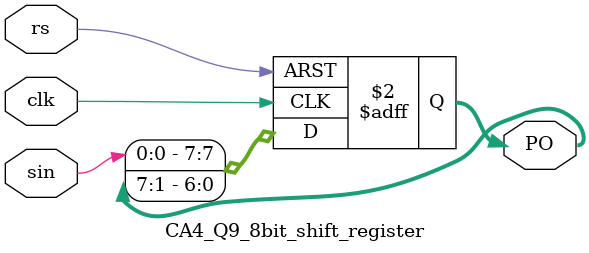
<source format=sv>
`timescale 1ns/1ns


module CA4_Q9_8bit_shift_register(input sin, clk, rs, output logic [7:0] PO);


	always @ (posedge clk, posedge rs) begin

	if (rs)
		 PO <= 8'b0;
	 else
		PO <= {sin, PO[7:1]};

	end
endmodule
</source>
